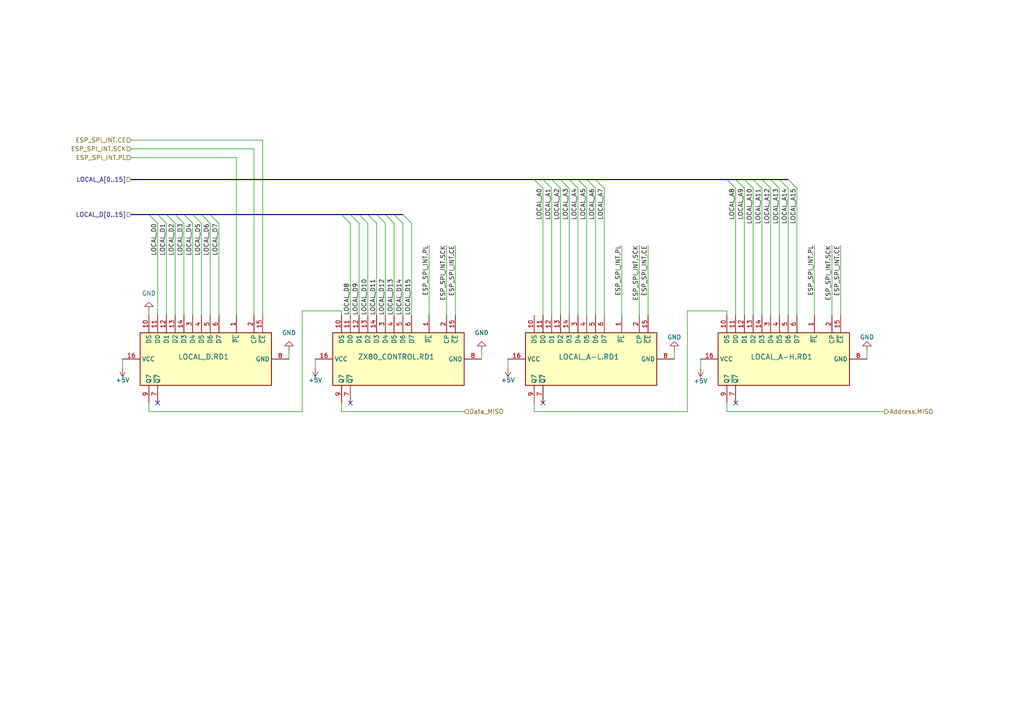
<source format=kicad_sch>
(kicad_sch
	(version 20231120)
	(generator "eeschema")
	(generator_version "8.0")
	(uuid "b2748a12-4ffc-4fe4-955d-73d56fc4ed5f")
	(paper "A4")
	(lib_symbols
		(symbol "74xx:74HC165"
			(exclude_from_sim no)
			(in_bom yes)
			(on_board yes)
			(property "Reference" "U"
				(at -7.62 19.05 0)
				(effects
					(font
						(size 1.27 1.27)
					)
				)
			)
			(property "Value" "74HC165"
				(at -7.62 -21.59 0)
				(effects
					(font
						(size 1.27 1.27)
					)
				)
			)
			(property "Footprint" ""
				(at 0 0 0)
				(effects
					(font
						(size 1.27 1.27)
					)
					(hide yes)
				)
			)
			(property "Datasheet" "https://assets.nexperia.com/documents/data-sheet/74HC_HCT165.pdf"
				(at 0 0 0)
				(effects
					(font
						(size 1.27 1.27)
					)
					(hide yes)
				)
			)
			(property "Description" "Shift Register, 8-bit, Parallel Load"
				(at 0 0 0)
				(effects
					(font
						(size 1.27 1.27)
					)
					(hide yes)
				)
			)
			(property "ki_keywords" "8 bit shift register parallel load cmos"
				(at 0 0 0)
				(effects
					(font
						(size 1.27 1.27)
					)
					(hide yes)
				)
			)
			(property "ki_fp_filters" "DIP?16* SO*16*3.9x9.9mm*P1.27mm* SSOP*16*5.3x6.2mm*P0.65mm* TSSOP*16*4.4x5mm*P0.65*"
				(at 0 0 0)
				(effects
					(font
						(size 1.27 1.27)
					)
					(hide yes)
				)
			)
			(symbol "74HC165_1_0"
				(pin input line
					(at -12.7 -10.16 0)
					(length 5.08)
					(name "~{PL}"
						(effects
							(font
								(size 1.27 1.27)
							)
						)
					)
					(number "1"
						(effects
							(font
								(size 1.27 1.27)
							)
						)
					)
				)
				(pin input line
					(at -12.7 15.24 0)
					(length 5.08)
					(name "DS"
						(effects
							(font
								(size 1.27 1.27)
							)
						)
					)
					(number "10"
						(effects
							(font
								(size 1.27 1.27)
							)
						)
					)
				)
				(pin input line
					(at -12.7 12.7 0)
					(length 5.08)
					(name "D0"
						(effects
							(font
								(size 1.27 1.27)
							)
						)
					)
					(number "11"
						(effects
							(font
								(size 1.27 1.27)
							)
						)
					)
				)
				(pin input line
					(at -12.7 10.16 0)
					(length 5.08)
					(name "D1"
						(effects
							(font
								(size 1.27 1.27)
							)
						)
					)
					(number "12"
						(effects
							(font
								(size 1.27 1.27)
							)
						)
					)
				)
				(pin input line
					(at -12.7 7.62 0)
					(length 5.08)
					(name "D2"
						(effects
							(font
								(size 1.27 1.27)
							)
						)
					)
					(number "13"
						(effects
							(font
								(size 1.27 1.27)
							)
						)
					)
				)
				(pin input line
					(at -12.7 5.08 0)
					(length 5.08)
					(name "D3"
						(effects
							(font
								(size 1.27 1.27)
							)
						)
					)
					(number "14"
						(effects
							(font
								(size 1.27 1.27)
							)
						)
					)
				)
				(pin input line
					(at -12.7 -17.78 0)
					(length 5.08)
					(name "~{CE}"
						(effects
							(font
								(size 1.27 1.27)
							)
						)
					)
					(number "15"
						(effects
							(font
								(size 1.27 1.27)
							)
						)
					)
				)
				(pin power_in line
					(at 0 22.86 270)
					(length 5.08)
					(name "VCC"
						(effects
							(font
								(size 1.27 1.27)
							)
						)
					)
					(number "16"
						(effects
							(font
								(size 1.27 1.27)
							)
						)
					)
				)
				(pin input line
					(at -12.7 -15.24 0)
					(length 5.08)
					(name "CP"
						(effects
							(font
								(size 1.27 1.27)
							)
						)
					)
					(number "2"
						(effects
							(font
								(size 1.27 1.27)
							)
						)
					)
				)
				(pin input line
					(at -12.7 2.54 0)
					(length 5.08)
					(name "D4"
						(effects
							(font
								(size 1.27 1.27)
							)
						)
					)
					(number "3"
						(effects
							(font
								(size 1.27 1.27)
							)
						)
					)
				)
				(pin input line
					(at -12.7 0 0)
					(length 5.08)
					(name "D5"
						(effects
							(font
								(size 1.27 1.27)
							)
						)
					)
					(number "4"
						(effects
							(font
								(size 1.27 1.27)
							)
						)
					)
				)
				(pin input line
					(at -12.7 -2.54 0)
					(length 5.08)
					(name "D6"
						(effects
							(font
								(size 1.27 1.27)
							)
						)
					)
					(number "5"
						(effects
							(font
								(size 1.27 1.27)
							)
						)
					)
				)
				(pin input line
					(at -12.7 -5.08 0)
					(length 5.08)
					(name "D7"
						(effects
							(font
								(size 1.27 1.27)
							)
						)
					)
					(number "6"
						(effects
							(font
								(size 1.27 1.27)
							)
						)
					)
				)
				(pin output line
					(at 12.7 12.7 180)
					(length 5.08)
					(name "~{Q7}"
						(effects
							(font
								(size 1.27 1.27)
							)
						)
					)
					(number "7"
						(effects
							(font
								(size 1.27 1.27)
							)
						)
					)
				)
				(pin power_in line
					(at 0 -25.4 90)
					(length 5.08)
					(name "GND"
						(effects
							(font
								(size 1.27 1.27)
							)
						)
					)
					(number "8"
						(effects
							(font
								(size 1.27 1.27)
							)
						)
					)
				)
				(pin output line
					(at 12.7 15.24 180)
					(length 5.08)
					(name "Q7"
						(effects
							(font
								(size 1.27 1.27)
							)
						)
					)
					(number "9"
						(effects
							(font
								(size 1.27 1.27)
							)
						)
					)
				)
			)
			(symbol "74HC165_1_1"
				(rectangle
					(start -7.62 17.78)
					(end 7.62 -20.32)
					(stroke
						(width 0.254)
						(type default)
					)
					(fill
						(type background)
					)
				)
			)
		)
		(symbol "power:+5V"
			(power)
			(pin_names
				(offset 0)
			)
			(exclude_from_sim no)
			(in_bom yes)
			(on_board yes)
			(property "Reference" "#PWR"
				(at 0 -3.81 0)
				(effects
					(font
						(size 1.27 1.27)
					)
					(hide yes)
				)
			)
			(property "Value" "+5V"
				(at 0 3.556 0)
				(effects
					(font
						(size 1.27 1.27)
					)
				)
			)
			(property "Footprint" ""
				(at 0 0 0)
				(effects
					(font
						(size 1.27 1.27)
					)
					(hide yes)
				)
			)
			(property "Datasheet" ""
				(at 0 0 0)
				(effects
					(font
						(size 1.27 1.27)
					)
					(hide yes)
				)
			)
			(property "Description" "Power symbol creates a global label with name \"+5V\""
				(at 0 0 0)
				(effects
					(font
						(size 1.27 1.27)
					)
					(hide yes)
				)
			)
			(property "ki_keywords" "global power"
				(at 0 0 0)
				(effects
					(font
						(size 1.27 1.27)
					)
					(hide yes)
				)
			)
			(symbol "+5V_0_1"
				(polyline
					(pts
						(xy -0.762 1.27) (xy 0 2.54)
					)
					(stroke
						(width 0)
						(type default)
					)
					(fill
						(type none)
					)
				)
				(polyline
					(pts
						(xy 0 0) (xy 0 2.54)
					)
					(stroke
						(width 0)
						(type default)
					)
					(fill
						(type none)
					)
				)
				(polyline
					(pts
						(xy 0 2.54) (xy 0.762 1.27)
					)
					(stroke
						(width 0)
						(type default)
					)
					(fill
						(type none)
					)
				)
			)
			(symbol "+5V_1_1"
				(pin power_in line
					(at 0 0 90)
					(length 0) hide
					(name "+5V"
						(effects
							(font
								(size 1.27 1.27)
							)
						)
					)
					(number "1"
						(effects
							(font
								(size 1.27 1.27)
							)
						)
					)
				)
			)
		)
		(symbol "power:GND"
			(power)
			(pin_names
				(offset 0)
			)
			(exclude_from_sim no)
			(in_bom yes)
			(on_board yes)
			(property "Reference" "#PWR"
				(at 0 -6.35 0)
				(effects
					(font
						(size 1.27 1.27)
					)
					(hide yes)
				)
			)
			(property "Value" "GND"
				(at 0 -3.81 0)
				(effects
					(font
						(size 1.27 1.27)
					)
				)
			)
			(property "Footprint" ""
				(at 0 0 0)
				(effects
					(font
						(size 1.27 1.27)
					)
					(hide yes)
				)
			)
			(property "Datasheet" ""
				(at 0 0 0)
				(effects
					(font
						(size 1.27 1.27)
					)
					(hide yes)
				)
			)
			(property "Description" "Power symbol creates a global label with name \"GND\" , ground"
				(at 0 0 0)
				(effects
					(font
						(size 1.27 1.27)
					)
					(hide yes)
				)
			)
			(property "ki_keywords" "global power"
				(at 0 0 0)
				(effects
					(font
						(size 1.27 1.27)
					)
					(hide yes)
				)
			)
			(symbol "GND_0_1"
				(polyline
					(pts
						(xy 0 0) (xy 0 -1.27) (xy 1.27 -1.27) (xy 0 -2.54) (xy -1.27 -1.27) (xy 0 -1.27)
					)
					(stroke
						(width 0)
						(type default)
					)
					(fill
						(type none)
					)
				)
			)
			(symbol "GND_1_1"
				(pin power_in line
					(at 0 0 270)
					(length 0) hide
					(name "GND"
						(effects
							(font
								(size 1.27 1.27)
							)
						)
					)
					(number "1"
						(effects
							(font
								(size 1.27 1.27)
							)
						)
					)
				)
			)
		)
	)
	(no_connect
		(at 45.72 116.84)
		(uuid "48f8e2a5-deab-448c-82e6-9816eded243e")
	)
	(no_connect
		(at 101.6 116.84)
		(uuid "af41406d-36e0-47cf-8aeb-cb56fdfc1ee4")
	)
	(no_connect
		(at 213.36 116.84)
		(uuid "b8f7b248-b0af-4f25-896e-1743a4744eca")
	)
	(no_connect
		(at 157.48 116.84)
		(uuid "e10b295d-0a58-432f-9c9e-92995184d1db")
	)
	(bus_entry
		(at 50.8 62.23)
		(size 2.54 2.54)
		(stroke
			(width 0)
			(type default)
		)
		(uuid "07d46262-8866-447e-881a-e17c4aa55ef9")
	)
	(bus_entry
		(at 170.18 52.07)
		(size 2.54 2.54)
		(stroke
			(width 0)
			(type default)
		)
		(uuid "09f8d796-28bb-4fa7-8568-2759c22375fe")
	)
	(bus_entry
		(at 157.48 52.07)
		(size 2.54 2.54)
		(stroke
			(width 0)
			(type default)
		)
		(uuid "1799ec7e-a926-4312-bc5d-967484452374")
	)
	(bus_entry
		(at 116.84 62.23)
		(size 2.54 2.54)
		(stroke
			(width 0)
			(type default)
		)
		(uuid "189db27a-8b05-4c3c-998f-97c68d02a418")
	)
	(bus_entry
		(at 43.18 62.23)
		(size 2.54 2.54)
		(stroke
			(width 0)
			(type default)
		)
		(uuid "25cb8391-05fd-421c-a3f7-8e99540f077f")
	)
	(bus_entry
		(at 60.96 62.23)
		(size 2.54 2.54)
		(stroke
			(width 0)
			(type default)
		)
		(uuid "32cfa942-924e-4d42-82b6-1b010335f9d2")
	)
	(bus_entry
		(at 99.06 62.23)
		(size 2.54 2.54)
		(stroke
			(width 0)
			(type default)
		)
		(uuid "3a468ce2-7e8c-4a78-9c05-5a040a1aeac4")
	)
	(bus_entry
		(at 210.82 52.07)
		(size 2.54 2.54)
		(stroke
			(width 0)
			(type default)
		)
		(uuid "4049a330-1904-4346-a79e-835e2111b57c")
	)
	(bus_entry
		(at 154.94 52.07)
		(size 2.54 2.54)
		(stroke
			(width 0)
			(type default)
		)
		(uuid "45137dd3-d144-4936-b66b-6686c638acd5")
	)
	(bus_entry
		(at 111.76 62.23)
		(size 2.54 2.54)
		(stroke
			(width 0)
			(type default)
		)
		(uuid "5066c9d8-f1b8-48ac-9805-4566310f4e7d")
	)
	(bus_entry
		(at 167.64 52.07)
		(size 2.54 2.54)
		(stroke
			(width 0)
			(type default)
		)
		(uuid "56beb666-8efc-4717-8f02-7edc10a7da03")
	)
	(bus_entry
		(at 48.26 62.23)
		(size 2.54 2.54)
		(stroke
			(width 0)
			(type default)
		)
		(uuid "5ebe79b9-15a9-4f7b-8130-cf7e6756f520")
	)
	(bus_entry
		(at 223.52 52.07)
		(size 2.54 2.54)
		(stroke
			(width 0)
			(type default)
		)
		(uuid "66ae9e7f-ee46-4b51-b6a0-009c0ae20a65")
	)
	(bus_entry
		(at 55.88 62.23)
		(size 2.54 2.54)
		(stroke
			(width 0)
			(type default)
		)
		(uuid "66bcc430-3854-4074-978a-16b25ddd7497")
	)
	(bus_entry
		(at 101.6 62.23)
		(size 2.54 2.54)
		(stroke
			(width 0)
			(type default)
		)
		(uuid "6847e6d2-5614-4deb-a685-d13e75756630")
	)
	(bus_entry
		(at 213.36 52.07)
		(size 2.54 2.54)
		(stroke
			(width 0)
			(type default)
		)
		(uuid "6a04d993-f47b-4749-8c70-f192df984064")
	)
	(bus_entry
		(at 106.68 62.23)
		(size 2.54 2.54)
		(stroke
			(width 0)
			(type default)
		)
		(uuid "71f2b4cf-c88f-448f-8c6c-0459e3f17cf0")
	)
	(bus_entry
		(at 109.22 62.23)
		(size 2.54 2.54)
		(stroke
			(width 0)
			(type default)
		)
		(uuid "7ad9146c-fe64-4c93-bfaa-1b48d0de717a")
	)
	(bus_entry
		(at 215.9 52.07)
		(size 2.54 2.54)
		(stroke
			(width 0)
			(type default)
		)
		(uuid "883d6687-f607-40de-9cad-0dd3a84b4fe2")
	)
	(bus_entry
		(at 160.02 52.07)
		(size 2.54 2.54)
		(stroke
			(width 0)
			(type default)
		)
		(uuid "948b2bf7-48c1-434d-af8b-9cb3935cb15a")
	)
	(bus_entry
		(at 45.72 62.23)
		(size 2.54 2.54)
		(stroke
			(width 0)
			(type default)
		)
		(uuid "9a00c2cf-bcdf-48b7-ab9d-6ba55744bf5a")
	)
	(bus_entry
		(at 218.44 52.07)
		(size 2.54 2.54)
		(stroke
			(width 0)
			(type default)
		)
		(uuid "be79426b-82bb-484d-a9d5-a2844b33766b")
	)
	(bus_entry
		(at 104.14 62.23)
		(size 2.54 2.54)
		(stroke
			(width 0)
			(type default)
		)
		(uuid "c0e328cf-5a8d-456c-9e40-123446534397")
	)
	(bus_entry
		(at 165.1 52.07)
		(size 2.54 2.54)
		(stroke
			(width 0)
			(type default)
		)
		(uuid "c7b03246-7f7e-4653-afcf-84c4b92dde34")
	)
	(bus_entry
		(at 220.98 52.07)
		(size 2.54 2.54)
		(stroke
			(width 0)
			(type default)
		)
		(uuid "de86e3d7-6bf2-42f7-bf3b-af411baa344b")
	)
	(bus_entry
		(at 58.42 62.23)
		(size 2.54 2.54)
		(stroke
			(width 0)
			(type default)
		)
		(uuid "e46f71f5-8a71-442c-825a-5c189850abe1")
	)
	(bus_entry
		(at 114.3 62.23)
		(size 2.54 2.54)
		(stroke
			(width 0)
			(type default)
		)
		(uuid "f6950364-77c6-481e-9822-df21998fb2d4")
	)
	(bus_entry
		(at 228.6 52.07)
		(size 2.54 2.54)
		(stroke
			(width 0)
			(type default)
		)
		(uuid "f7bed3e4-f493-4e3e-8879-e0bbc22e7aa9")
	)
	(bus_entry
		(at 226.06 52.07)
		(size 2.54 2.54)
		(stroke
			(width 0)
			(type default)
		)
		(uuid "f7c53c30-baf5-4f40-83e5-90f9a6dc9784")
	)
	(bus_entry
		(at 172.72 52.07)
		(size 2.54 2.54)
		(stroke
			(width 0)
			(type default)
		)
		(uuid "fa586a3b-b756-45e7-81ae-d83d8ec3ab98")
	)
	(bus_entry
		(at 162.56 52.07)
		(size 2.54 2.54)
		(stroke
			(width 0)
			(type default)
		)
		(uuid "fbb64e60-a72e-4d02-a7df-347c768ee4f6")
	)
	(bus_entry
		(at 53.34 62.23)
		(size 2.54 2.54)
		(stroke
			(width 0)
			(type default)
		)
		(uuid "fda5a04c-790f-43c9-9679-23b60de2bd8d")
	)
	(bus
		(pts
			(xy 111.76 62.23) (xy 114.3 62.23)
		)
		(stroke
			(width 0)
			(type default)
		)
		(uuid "00ad7433-883e-4b70-910a-e4898a08eb7a")
	)
	(wire
		(pts
			(xy 160.02 54.61) (xy 160.02 91.44)
		)
		(stroke
			(width 0)
			(type default)
		)
		(uuid "03a118c0-2a6a-443a-b518-bc122798f9b5")
	)
	(wire
		(pts
			(xy 226.06 54.61) (xy 226.06 91.44)
		)
		(stroke
			(width 0)
			(type default)
		)
		(uuid "0d32621b-f72a-461f-b571-b44b7416281c")
	)
	(wire
		(pts
			(xy 139.7 101.6) (xy 139.7 104.14)
		)
		(stroke
			(width 0)
			(type default)
		)
		(uuid "0dc354d2-a3ce-4b6e-aa58-54a9c6cb7292")
	)
	(bus
		(pts
			(xy 215.9 52.07) (xy 218.44 52.07)
		)
		(stroke
			(width 0)
			(type default)
		)
		(uuid "0e954029-41af-49c9-badb-3eeae6091841")
	)
	(wire
		(pts
			(xy 45.72 64.77) (xy 45.72 91.44)
		)
		(stroke
			(width 0)
			(type default)
		)
		(uuid "0f41e2e6-98f8-43e3-9298-46dae4cb0fe0")
	)
	(bus
		(pts
			(xy 53.34 62.23) (xy 55.88 62.23)
		)
		(stroke
			(width 0)
			(type default)
		)
		(uuid "11a154fc-6203-4ff7-999d-1547cd2d7956")
	)
	(bus
		(pts
			(xy 104.14 62.23) (xy 106.68 62.23)
		)
		(stroke
			(width 0)
			(type default)
		)
		(uuid "1848efc2-c339-4c8f-afb0-11c530aaf43b")
	)
	(bus
		(pts
			(xy 223.52 52.07) (xy 226.06 52.07)
		)
		(stroke
			(width 0)
			(type default)
		)
		(uuid "1df3d333-8a82-494c-95eb-be578c7c6a5c")
	)
	(wire
		(pts
			(xy 114.3 64.77) (xy 114.3 91.44)
		)
		(stroke
			(width 0)
			(type default)
		)
		(uuid "20b4b7d4-af64-4234-a39d-cc9eccb8dca6")
	)
	(bus
		(pts
			(xy 55.88 62.23) (xy 58.42 62.23)
		)
		(stroke
			(width 0)
			(type default)
		)
		(uuid "20cb0a2a-2400-4f33-9c5c-ac637fd58c27")
	)
	(wire
		(pts
			(xy 38.1 43.18) (xy 73.66 43.18)
		)
		(stroke
			(width 0)
			(type default)
		)
		(uuid "220f7bab-1b2d-44f1-b048-b2877d817c62")
	)
	(wire
		(pts
			(xy 132.08 71.12) (xy 132.08 91.44)
		)
		(stroke
			(width 0)
			(type default)
		)
		(uuid "2441d7f1-a951-4acf-8ce6-d99093af9e20")
	)
	(wire
		(pts
			(xy 124.46 71.12) (xy 124.46 91.44)
		)
		(stroke
			(width 0)
			(type default)
		)
		(uuid "25ae2413-57b0-4467-aa6e-ed671ef67848")
	)
	(wire
		(pts
			(xy 76.2 40.64) (xy 76.2 91.44)
		)
		(stroke
			(width 0)
			(type default)
		)
		(uuid "284be4cc-32d4-4e7a-b059-2fdca58e5842")
	)
	(wire
		(pts
			(xy 223.52 54.61) (xy 223.52 91.44)
		)
		(stroke
			(width 0)
			(type default)
		)
		(uuid "28e0414b-bbc4-441e-bcbc-ca9212680bd6")
	)
	(wire
		(pts
			(xy 154.94 119.38) (xy 154.94 116.84)
		)
		(stroke
			(width 0)
			(type default)
		)
		(uuid "2a6f5a37-5362-4aca-8bcd-0c7408ac9c13")
	)
	(wire
		(pts
			(xy 99.06 119.38) (xy 134.62 119.38)
		)
		(stroke
			(width 0)
			(type default)
		)
		(uuid "2ddf7263-6064-4143-be2e-0647e640b847")
	)
	(bus
		(pts
			(xy 43.18 62.23) (xy 45.72 62.23)
		)
		(stroke
			(width 0)
			(type default)
		)
		(uuid "3023ae60-1fd3-4fb0-ba82-b23566eb944b")
	)
	(wire
		(pts
			(xy 210.82 119.38) (xy 210.82 116.84)
		)
		(stroke
			(width 0)
			(type default)
		)
		(uuid "31402f31-6b74-44bd-9c67-6387d9fccb0d")
	)
	(wire
		(pts
			(xy 53.34 64.77) (xy 53.34 91.44)
		)
		(stroke
			(width 0)
			(type default)
		)
		(uuid "3255415e-b19c-4bf6-bada-e4ecf5262d47")
	)
	(wire
		(pts
			(xy 185.42 71.12) (xy 185.42 91.44)
		)
		(stroke
			(width 0)
			(type default)
		)
		(uuid "37babce0-e42c-48ae-a206-ee92f16cd259")
	)
	(wire
		(pts
			(xy 210.82 90.17) (xy 210.82 91.44)
		)
		(stroke
			(width 0)
			(type default)
		)
		(uuid "390478a2-d647-408a-af39-5f947c80ad89")
	)
	(bus
		(pts
			(xy 218.44 52.07) (xy 220.98 52.07)
		)
		(stroke
			(width 0)
			(type default)
		)
		(uuid "3c5a7b70-1281-4f63-8ef3-79fbafd209b4")
	)
	(wire
		(pts
			(xy 63.5 64.77) (xy 63.5 91.44)
		)
		(stroke
			(width 0)
			(type default)
		)
		(uuid "4224b7ab-7de5-4d33-b0e6-38c9bbf591d7")
	)
	(wire
		(pts
			(xy 43.18 119.38) (xy 87.63 119.38)
		)
		(stroke
			(width 0)
			(type default)
		)
		(uuid "47355cb8-4d5e-4c61-be18-f7701ded5f56")
	)
	(wire
		(pts
			(xy 119.38 64.77) (xy 119.38 91.44)
		)
		(stroke
			(width 0)
			(type default)
		)
		(uuid "48854c88-f721-48e5-825d-d194373d7604")
	)
	(wire
		(pts
			(xy 43.18 116.84) (xy 43.18 119.38)
		)
		(stroke
			(width 0)
			(type default)
		)
		(uuid "4a14ae6b-9e3d-4333-8670-022d5a9f8315")
	)
	(wire
		(pts
			(xy 241.3 71.12) (xy 241.3 91.44)
		)
		(stroke
			(width 0)
			(type default)
		)
		(uuid "4ae00397-0160-40f2-8f39-3dd0240b30e7")
	)
	(bus
		(pts
			(xy 60.96 62.23) (xy 99.06 62.23)
		)
		(stroke
			(width 0)
			(type default)
		)
		(uuid "4c395f7c-ddb7-4b8a-8b02-78f8369e99af")
	)
	(wire
		(pts
			(xy 50.8 64.77) (xy 50.8 91.44)
		)
		(stroke
			(width 0)
			(type default)
		)
		(uuid "4d98dbba-6568-448c-a96b-18041ddbf928")
	)
	(wire
		(pts
			(xy 87.63 119.38) (xy 87.63 90.17)
		)
		(stroke
			(width 0)
			(type default)
		)
		(uuid "4e088be3-238b-4102-b811-aab6a7061c25")
	)
	(bus
		(pts
			(xy 170.18 52.07) (xy 172.72 52.07)
		)
		(stroke
			(width 0)
			(type default)
		)
		(uuid "4f2eb5b1-86a0-463a-a2f5-a4b00a63694b")
	)
	(bus
		(pts
			(xy 38.1 52.07) (xy 154.94 52.07)
		)
		(stroke
			(width 0)
			(type default)
		)
		(uuid "521b47d7-7a6e-43e8-8351-15ba5628f783")
	)
	(bus
		(pts
			(xy 165.1 52.07) (xy 167.64 52.07)
		)
		(stroke
			(width 0)
			(type default)
		)
		(uuid "55929891-3ca5-4e25-b8b9-d8270e98beb4")
	)
	(wire
		(pts
			(xy 167.64 54.61) (xy 167.64 91.44)
		)
		(stroke
			(width 0)
			(type default)
		)
		(uuid "5c9e927a-8b1c-45b3-a431-6f2edbd3df4b")
	)
	(wire
		(pts
			(xy 195.58 101.6) (xy 195.58 104.14)
		)
		(stroke
			(width 0)
			(type default)
		)
		(uuid "5e04a137-527b-4fa4-87f3-b36d49a58602")
	)
	(wire
		(pts
			(xy 251.46 101.6) (xy 251.46 104.14)
		)
		(stroke
			(width 0)
			(type default)
		)
		(uuid "5fdbecad-5859-41b8-9971-10f737259dad")
	)
	(wire
		(pts
			(xy 104.14 64.77) (xy 104.14 91.44)
		)
		(stroke
			(width 0)
			(type default)
		)
		(uuid "6426866e-32dc-453c-8ac4-beee9b1e99e5")
	)
	(wire
		(pts
			(xy 180.34 71.12) (xy 180.34 91.44)
		)
		(stroke
			(width 0)
			(type default)
		)
		(uuid "66c0ac60-2af6-4e68-8b78-26c05a7f06bc")
	)
	(wire
		(pts
			(xy 87.63 90.17) (xy 99.06 90.17)
		)
		(stroke
			(width 0)
			(type default)
		)
		(uuid "6adc4bbb-f7f5-4d5e-8c8f-f492e9d5495d")
	)
	(bus
		(pts
			(xy 154.94 52.07) (xy 157.48 52.07)
		)
		(stroke
			(width 0)
			(type default)
		)
		(uuid "6b1ccedc-df1e-4f30-a2b1-a1c30efa6f0f")
	)
	(wire
		(pts
			(xy 165.1 54.61) (xy 165.1 91.44)
		)
		(stroke
			(width 0)
			(type default)
		)
		(uuid "6b44eacc-ed50-499e-aca1-20d707495ce1")
	)
	(wire
		(pts
			(xy 91.44 106.68) (xy 91.44 104.14)
		)
		(stroke
			(width 0)
			(type default)
		)
		(uuid "6d227b49-62c8-4000-ba57-a12e06758176")
	)
	(wire
		(pts
			(xy 236.22 71.12) (xy 236.22 91.44)
		)
		(stroke
			(width 0)
			(type default)
		)
		(uuid "75af641c-68d3-4338-9245-ac1a66b434b0")
	)
	(wire
		(pts
			(xy 215.9 54.61) (xy 215.9 91.44)
		)
		(stroke
			(width 0)
			(type default)
		)
		(uuid "76123225-cc2a-4d66-b8a4-7a429870570d")
	)
	(bus
		(pts
			(xy 172.72 52.07) (xy 210.82 52.07)
		)
		(stroke
			(width 0)
			(type default)
		)
		(uuid "7a458226-7374-4ffa-8628-1aea20ee0b3b")
	)
	(wire
		(pts
			(xy 129.54 71.12) (xy 129.54 91.44)
		)
		(stroke
			(width 0)
			(type default)
		)
		(uuid "7b39e5fe-d3ad-46f2-9c15-ce2f8e8f09ff")
	)
	(bus
		(pts
			(xy 167.64 52.07) (xy 170.18 52.07)
		)
		(stroke
			(width 0)
			(type default)
		)
		(uuid "83758d20-e1b6-4db8-b2b5-40b220282286")
	)
	(wire
		(pts
			(xy 55.88 64.77) (xy 55.88 91.44)
		)
		(stroke
			(width 0)
			(type default)
		)
		(uuid "8460300e-058e-4392-8782-25063cfb708d")
	)
	(wire
		(pts
			(xy 73.66 43.18) (xy 73.66 91.44)
		)
		(stroke
			(width 0)
			(type default)
		)
		(uuid "87640592-1f91-44ef-9378-c09424bdb57a")
	)
	(bus
		(pts
			(xy 210.82 52.07) (xy 213.36 52.07)
		)
		(stroke
			(width 0)
			(type default)
		)
		(uuid "886b3b03-aacf-4339-90a3-31ffc11f66ac")
	)
	(bus
		(pts
			(xy 220.98 52.07) (xy 223.52 52.07)
		)
		(stroke
			(width 0)
			(type default)
		)
		(uuid "8a538f3c-baf7-4a6e-a51d-10f246184bc0")
	)
	(wire
		(pts
			(xy 203.2 106.68) (xy 203.2 104.14)
		)
		(stroke
			(width 0)
			(type default)
		)
		(uuid "8ba7881a-b617-42a1-9ee0-20d4c4a32f9e")
	)
	(wire
		(pts
			(xy 175.26 54.61) (xy 175.26 91.44)
		)
		(stroke
			(width 0)
			(type default)
		)
		(uuid "8d0d9e59-75e2-4bb3-817f-a025eebf52d6")
	)
	(wire
		(pts
			(xy 228.6 54.61) (xy 228.6 91.44)
		)
		(stroke
			(width 0)
			(type default)
		)
		(uuid "92d49c0a-a5ed-471c-b62e-158331b8897f")
	)
	(wire
		(pts
			(xy 213.36 54.61) (xy 213.36 91.44)
		)
		(stroke
			(width 0)
			(type default)
		)
		(uuid "945f8488-77b2-48c8-ab76-44d2be37f9f1")
	)
	(wire
		(pts
			(xy 210.82 119.38) (xy 256.54 119.38)
		)
		(stroke
			(width 0)
			(type default)
		)
		(uuid "99181d88-a5f5-4d66-97f5-822e5fc9659a")
	)
	(wire
		(pts
			(xy 99.06 116.84) (xy 99.06 119.38)
		)
		(stroke
			(width 0)
			(type default)
		)
		(uuid "9b487705-1109-425a-8604-93fe3b846bdc")
	)
	(bus
		(pts
			(xy 58.42 62.23) (xy 60.96 62.23)
		)
		(stroke
			(width 0)
			(type default)
		)
		(uuid "9cd44b3f-343a-4dfb-b9c7-cb8b5661a3bf")
	)
	(bus
		(pts
			(xy 50.8 62.23) (xy 53.34 62.23)
		)
		(stroke
			(width 0)
			(type default)
		)
		(uuid "a0d7a5ac-ec5f-489c-9385-3d5b1f351f59")
	)
	(wire
		(pts
			(xy 60.96 64.77) (xy 60.96 91.44)
		)
		(stroke
			(width 0)
			(type default)
		)
		(uuid "a1e20c03-fb5a-4508-8d15-f53ae48e7dae")
	)
	(wire
		(pts
			(xy 231.14 54.61) (xy 231.14 91.44)
		)
		(stroke
			(width 0)
			(type default)
		)
		(uuid "a2999cf6-b342-44d8-b314-5b9816156d3f")
	)
	(bus
		(pts
			(xy 213.36 52.07) (xy 215.9 52.07)
		)
		(stroke
			(width 0)
			(type default)
		)
		(uuid "a2f36bc1-a54f-4d8d-b3b3-5e50de3de0fc")
	)
	(wire
		(pts
			(xy 147.32 106.68) (xy 147.32 104.14)
		)
		(stroke
			(width 0)
			(type default)
		)
		(uuid "a62deeee-e752-418c-a21f-3157864cd3b7")
	)
	(wire
		(pts
			(xy 106.68 64.77) (xy 106.68 91.44)
		)
		(stroke
			(width 0)
			(type default)
		)
		(uuid "a746ce63-03ec-4bba-81b4-dae02cd994a7")
	)
	(bus
		(pts
			(xy 109.22 62.23) (xy 111.76 62.23)
		)
		(stroke
			(width 0)
			(type default)
		)
		(uuid "a9e041f4-f5a6-4b91-bf0f-fe66a322d3ed")
	)
	(bus
		(pts
			(xy 226.06 52.07) (xy 228.6 52.07)
		)
		(stroke
			(width 0)
			(type default)
		)
		(uuid "aad5f410-5b1b-4433-ad83-b4b5053dfed9")
	)
	(wire
		(pts
			(xy 111.76 64.77) (xy 111.76 91.44)
		)
		(stroke
			(width 0)
			(type default)
		)
		(uuid "b1ec9a23-f175-4e20-8315-4156c46ab380")
	)
	(bus
		(pts
			(xy 45.72 62.23) (xy 48.26 62.23)
		)
		(stroke
			(width 0)
			(type default)
		)
		(uuid "b31b7c7e-2065-4206-95bb-5bf448e0f7ca")
	)
	(wire
		(pts
			(xy 38.1 40.64) (xy 76.2 40.64)
		)
		(stroke
			(width 0)
			(type default)
		)
		(uuid "b3df5509-51be-466a-8fb2-2a7631c09014")
	)
	(wire
		(pts
			(xy 162.56 54.61) (xy 162.56 91.44)
		)
		(stroke
			(width 0)
			(type default)
		)
		(uuid "b55cb1ec-a3e7-4e58-b78d-daeffc5140f3")
	)
	(wire
		(pts
			(xy 68.58 45.72) (xy 68.58 91.44)
		)
		(stroke
			(width 0)
			(type default)
		)
		(uuid "baba1f8f-6034-4d3b-aff4-8ddab0b58569")
	)
	(wire
		(pts
			(xy 116.84 64.77) (xy 116.84 91.44)
		)
		(stroke
			(width 0)
			(type default)
		)
		(uuid "bbae23e2-4b7d-4068-befb-2953c9ca6239")
	)
	(wire
		(pts
			(xy 109.22 64.77) (xy 109.22 91.44)
		)
		(stroke
			(width 0)
			(type default)
		)
		(uuid "bf3996d8-4eab-4d24-a922-c7d07bdeb63e")
	)
	(wire
		(pts
			(xy 220.98 54.61) (xy 220.98 91.44)
		)
		(stroke
			(width 0)
			(type default)
		)
		(uuid "c4b562ac-91f5-4873-90f6-ef45ee39c912")
	)
	(wire
		(pts
			(xy 199.39 90.17) (xy 210.82 90.17)
		)
		(stroke
			(width 0)
			(type default)
		)
		(uuid "c84b59ba-0b0d-4687-9e80-0b1a1a7aa3f2")
	)
	(wire
		(pts
			(xy 58.42 64.77) (xy 58.42 91.44)
		)
		(stroke
			(width 0)
			(type default)
		)
		(uuid "cbb17832-7f8f-4dfa-a92e-933928fb181c")
	)
	(bus
		(pts
			(xy 162.56 52.07) (xy 165.1 52.07)
		)
		(stroke
			(width 0)
			(type default)
		)
		(uuid "ccc26599-7929-4b05-92fb-0a07ff887fcd")
	)
	(wire
		(pts
			(xy 48.26 64.77) (xy 48.26 91.44)
		)
		(stroke
			(width 0)
			(type default)
		)
		(uuid "cd983fb4-c825-419f-ab96-122d130b08c5")
	)
	(wire
		(pts
			(xy 218.44 54.61) (xy 218.44 91.44)
		)
		(stroke
			(width 0)
			(type default)
		)
		(uuid "ce7c8dfa-f1a6-4dc2-bc04-05e5a72a9525")
	)
	(wire
		(pts
			(xy 154.94 119.38) (xy 199.39 119.38)
		)
		(stroke
			(width 0)
			(type default)
		)
		(uuid "cf307274-ecf2-4df8-90c3-c6e9cffb9a61")
	)
	(bus
		(pts
			(xy 157.48 52.07) (xy 160.02 52.07)
		)
		(stroke
			(width 0)
			(type default)
		)
		(uuid "d0a3934e-4ea6-47b4-960d-514e5a3e38ac")
	)
	(wire
		(pts
			(xy 187.96 71.12) (xy 187.96 91.44)
		)
		(stroke
			(width 0)
			(type default)
		)
		(uuid "d528a391-72de-4a0b-95a1-cad645154c90")
	)
	(bus
		(pts
			(xy 101.6 62.23) (xy 104.14 62.23)
		)
		(stroke
			(width 0)
			(type default)
		)
		(uuid "d601e784-43a7-4a44-9295-dfe0a7bfa2d5")
	)
	(wire
		(pts
			(xy 83.82 101.6) (xy 83.82 104.14)
		)
		(stroke
			(width 0)
			(type default)
		)
		(uuid "d74c5869-0f90-421c-b03b-1b8cda6304e5")
	)
	(wire
		(pts
			(xy 35.56 106.68) (xy 35.56 104.14)
		)
		(stroke
			(width 0)
			(type default)
		)
		(uuid "da271f8f-5c4c-45e6-a5fc-014beff6a618")
	)
	(wire
		(pts
			(xy 157.48 54.61) (xy 157.48 91.44)
		)
		(stroke
			(width 0)
			(type default)
		)
		(uuid "de1643a3-f87a-4b6f-b005-0ff8b6da0b18")
	)
	(bus
		(pts
			(xy 99.06 62.23) (xy 101.6 62.23)
		)
		(stroke
			(width 0)
			(type default)
		)
		(uuid "e22221a0-4f37-41fb-98bf-cbe2b1a3d232")
	)
	(wire
		(pts
			(xy 43.18 90.17) (xy 43.18 91.44)
		)
		(stroke
			(width 0)
			(type default)
		)
		(uuid "e2488d57-eaf5-4934-9eb6-a61001f64ab4")
	)
	(wire
		(pts
			(xy 170.18 54.61) (xy 170.18 91.44)
		)
		(stroke
			(width 0)
			(type default)
		)
		(uuid "e5600727-f58a-4eba-8592-e1a358d63e5d")
	)
	(wire
		(pts
			(xy 199.39 119.38) (xy 199.39 90.17)
		)
		(stroke
			(width 0)
			(type default)
		)
		(uuid "e72fcf78-54a6-40a7-94a5-973d42225327")
	)
	(wire
		(pts
			(xy 243.84 71.12) (xy 243.84 91.44)
		)
		(stroke
			(width 0)
			(type default)
		)
		(uuid "e81f5f17-1db5-4c4a-b75c-378790d05a10")
	)
	(bus
		(pts
			(xy 38.1 62.23) (xy 43.18 62.23)
		)
		(stroke
			(width 0)
			(type default)
		)
		(uuid "ed101990-b510-494b-85ee-054f62e6c03d")
	)
	(wire
		(pts
			(xy 38.1 45.72) (xy 68.58 45.72)
		)
		(stroke
			(width 0)
			(type default)
		)
		(uuid "f2548c46-1f75-435e-ab5e-6274b3aa2100")
	)
	(bus
		(pts
			(xy 48.26 62.23) (xy 50.8 62.23)
		)
		(stroke
			(width 0)
			(type default)
		)
		(uuid "f2af55e7-dcee-4c6c-a494-154778d67817")
	)
	(bus
		(pts
			(xy 106.68 62.23) (xy 109.22 62.23)
		)
		(stroke
			(width 0)
			(type default)
		)
		(uuid "f4b16d02-566d-4ffd-9850-427eacd8e3fd")
	)
	(wire
		(pts
			(xy 172.72 54.61) (xy 172.72 91.44)
		)
		(stroke
			(width 0)
			(type default)
		)
		(uuid "f67a4204-9c0c-4098-bd2e-39fd9962041a")
	)
	(wire
		(pts
			(xy 99.06 90.17) (xy 99.06 91.44)
		)
		(stroke
			(width 0)
			(type default)
		)
		(uuid "f6ebf4a1-2a10-4237-a46e-3557f4ce6d0a")
	)
	(bus
		(pts
			(xy 114.3 62.23) (xy 116.84 62.23)
		)
		(stroke
			(width 0)
			(type default)
		)
		(uuid "fa178bd6-1c02-48cf-bc4d-1ff674609a97")
	)
	(wire
		(pts
			(xy 101.6 64.77) (xy 101.6 91.44)
		)
		(stroke
			(width 0)
			(type default)
		)
		(uuid "fcdbe9bf-e7d6-4433-930b-e95f9c0e3843")
	)
	(bus
		(pts
			(xy 160.02 52.07) (xy 162.56 52.07)
		)
		(stroke
			(width 0)
			(type default)
		)
		(uuid "fd6c6765-93c8-4785-895e-7f4560c5227b")
	)
	(label "LOCAL_D10"
		(at 106.68 91.44 90)
		(effects
			(font
				(size 1.27 1.27)
			)
			(justify left bottom)
		)
		(uuid "0471200b-d58b-4fcc-8d9d-a7abca5eea4e")
	)
	(label "LOCAL_A6"
		(at 172.72 54.61 270)
		(fields_autoplaced yes)
		(effects
			(font
				(size 1.27 1.27)
			)
			(justify right bottom)
		)
		(uuid "04a0c2d7-c241-4524-b2ed-6043912ab6f6")
	)
	(label "LOCAL_D11"
		(at 109.22 91.44 90)
		(effects
			(font
				(size 1.27 1.27)
			)
			(justify left bottom)
		)
		(uuid "1523d336-68a5-43dd-9fa7-091d3cfdf355")
	)
	(label "LOCAL_D7"
		(at 63.5 64.77 270)
		(fields_autoplaced yes)
		(effects
			(font
				(size 1.27 1.27)
			)
			(justify right bottom)
		)
		(uuid "20856745-bb51-43f6-9290-eeb7ce2d617c")
	)
	(label "LOCAL_D15"
		(at 119.38 91.44 90)
		(effects
			(font
				(size 1.27 1.27)
			)
			(justify left bottom)
		)
		(uuid "2cd8e375-09dd-4b1e-b1df-b30effa54a48")
	)
	(label "LOCAL_D3"
		(at 53.34 64.77 270)
		(fields_autoplaced yes)
		(effects
			(font
				(size 1.27 1.27)
			)
			(justify right bottom)
		)
		(uuid "32410e29-eade-4c9c-9466-54759be8c8cc")
	)
	(label "LOCAL_D5"
		(at 58.42 64.77 270)
		(fields_autoplaced yes)
		(effects
			(font
				(size 1.27 1.27)
			)
			(justify right bottom)
		)
		(uuid "3246e941-edaf-4b2f-946b-3530ba301c56")
	)
	(label "LOCAL_A4"
		(at 167.64 54.61 270)
		(fields_autoplaced yes)
		(effects
			(font
				(size 1.27 1.27)
			)
			(justify right bottom)
		)
		(uuid "43f83397-2cbb-4280-b5ed-82c65a0bd761")
	)
	(label "LOCAL_D14"
		(at 116.84 91.44 90)
		(effects
			(font
				(size 1.27 1.27)
			)
			(justify left bottom)
		)
		(uuid "5c060fa2-745f-4c1c-b00f-754498b392d3")
	)
	(label "LOCAL_A1"
		(at 160.02 54.61 270)
		(fields_autoplaced yes)
		(effects
			(font
				(size 1.27 1.27)
			)
			(justify right bottom)
		)
		(uuid "60aada66-8ddb-4da8-9520-a1c927698e7d")
	)
	(label "ESP_SPI_INT.SCK"
		(at 185.42 71.12 270)
		(fields_autoplaced yes)
		(effects
			(font
				(size 1.27 1.27)
			)
			(justify right bottom)
		)
		(uuid "6486bc2e-6f69-4133-87c9-a1345c8a784d")
	)
	(label "LOCAL_A7"
		(at 175.26 54.61 270)
		(fields_autoplaced yes)
		(effects
			(font
				(size 1.27 1.27)
			)
			(justify right bottom)
		)
		(uuid "648a2341-8ee9-4297-b230-917380e2be4d")
	)
	(label "LOCAL_A14"
		(at 228.6 54.61 270)
		(fields_autoplaced yes)
		(effects
			(font
				(size 1.27 1.27)
			)
			(justify right bottom)
		)
		(uuid "66023ef3-491b-4593-ad1b-a31a005b36d3")
	)
	(label "LOCAL_D9"
		(at 104.14 91.44 90)
		(effects
			(font
				(size 1.27 1.27)
			)
			(justify left bottom)
		)
		(uuid "6680a809-c69b-4f21-b0d0-5770ad3084aa")
	)
	(label "ESP_SPI_INT.PL"
		(at 180.34 71.12 270)
		(fields_autoplaced yes)
		(effects
			(font
				(size 1.27 1.27)
			)
			(justify right bottom)
		)
		(uuid "6800d942-143e-4bc7-87e4-27b3dcc86d32")
	)
	(label "LOCAL_D2"
		(at 50.8 64.77 270)
		(fields_autoplaced yes)
		(effects
			(font
				(size 1.27 1.27)
			)
			(justify right bottom)
		)
		(uuid "6c470b5a-1de6-4165-8759-8308420468a0")
	)
	(label "LOCAL_D13"
		(at 114.3 91.44 90)
		(effects
			(font
				(size 1.27 1.27)
			)
			(justify left bottom)
		)
		(uuid "6c8e1067-798e-4df3-ae05-7a8c3d594f0e")
	)
	(label "ESP_SPI_INT.SCK"
		(at 129.54 71.12 270)
		(fields_autoplaced yes)
		(effects
			(font
				(size 1.27 1.27)
			)
			(justify right bottom)
		)
		(uuid "732f186d-6e7f-4280-9054-760a934426f0")
	)
	(label "ESP_SPI_INT.PL"
		(at 124.46 71.12 270)
		(fields_autoplaced yes)
		(effects
			(font
				(size 1.27 1.27)
			)
			(justify right bottom)
		)
		(uuid "8773eb99-4c9c-4e77-b052-bd90e61de157")
	)
	(label "LOCAL_D8"
		(at 101.6 91.44 90)
		(effects
			(font
				(size 1.27 1.27)
			)
			(justify left bottom)
		)
		(uuid "8a2a7192-932a-4e4f-b90e-b69aa439b113")
	)
	(label "ESP_SPI_INT.CE"
		(at 187.96 71.12 270)
		(fields_autoplaced yes)
		(effects
			(font
				(size 1.27 1.27)
			)
			(justify right bottom)
		)
		(uuid "8a934bb1-7e86-4af8-827f-f16d6080357b")
	)
	(label "LOCAL_A3"
		(at 165.1 54.61 270)
		(fields_autoplaced yes)
		(effects
			(font
				(size 1.27 1.27)
			)
			(justify right bottom)
		)
		(uuid "98bb98dd-0b60-4a41-9729-8392d136812b")
	)
	(label "LOCAL_A8"
		(at 213.36 54.61 270)
		(fields_autoplaced yes)
		(effects
			(font
				(size 1.27 1.27)
			)
			(justify right bottom)
		)
		(uuid "9ad6a50c-ac47-4132-9ea8-a6ae9375fe0d")
	)
	(label "LOCAL_D6"
		(at 60.96 64.77 270)
		(fields_autoplaced yes)
		(effects
			(font
				(size 1.27 1.27)
			)
			(justify right bottom)
		)
		(uuid "9c930ce7-9856-49d7-bf55-aef7b603f336")
	)
	(label "LOCAL_A11"
		(at 220.98 54.61 270)
		(fields_autoplaced yes)
		(effects
			(font
				(size 1.27 1.27)
			)
			(justify right bottom)
		)
		(uuid "aeea7526-2e17-4277-953f-ce2f671d7f18")
	)
	(label "LOCAL_A13"
		(at 226.06 54.61 270)
		(fields_autoplaced yes)
		(effects
			(font
				(size 1.27 1.27)
			)
			(justify right bottom)
		)
		(uuid "b695c0c0-857b-4eec-8463-e12af6260bc5")
	)
	(label "ESP_SPI_INT.CE"
		(at 132.08 71.12 270)
		(fields_autoplaced yes)
		(effects
			(font
				(size 1.27 1.27)
			)
			(justify right bottom)
		)
		(uuid "bd26e9ab-2ce6-40e4-87a6-8b5bc982d664")
	)
	(label "LOCAL_A5"
		(at 170.18 54.61 270)
		(fields_autoplaced yes)
		(effects
			(font
				(size 1.27 1.27)
			)
			(justify right bottom)
		)
		(uuid "befb3cb2-d068-4146-9b97-98d7fa2c0f70")
	)
	(label "LOCAL_D0"
		(at 45.72 64.77 270)
		(fields_autoplaced yes)
		(effects
			(font
				(size 1.27 1.27)
			)
			(justify right bottom)
		)
		(uuid "c6358810-7585-4429-9b6b-2eaaaa78110f")
	)
	(label "LOCAL_A12"
		(at 223.52 54.61 270)
		(fields_autoplaced yes)
		(effects
			(font
				(size 1.27 1.27)
			)
			(justify right bottom)
		)
		(uuid "c9f6e545-52ed-4959-8d59-514015e70a13")
	)
	(label "LOCAL_A15"
		(at 231.14 54.61 270)
		(fields_autoplaced yes)
		(effects
			(font
				(size 1.27 1.27)
			)
			(justify right bottom)
		)
		(uuid "ca5b34fb-b7df-4149-b2eb-34c2069103be")
	)
	(label "LOCAL_A0"
		(at 157.48 54.61 270)
		(fields_autoplaced yes)
		(effects
			(font
				(size 1.27 1.27)
			)
			(justify right bottom)
		)
		(uuid "d00ea0ad-b51d-4630-82ae-a02ff8b6ec36")
	)
	(label "ESP_SPI_INT.SCK"
		(at 241.3 71.12 270)
		(fields_autoplaced yes)
		(effects
			(font
				(size 1.27 1.27)
			)
			(justify right bottom)
		)
		(uuid "d81e87cc-7eb0-40c0-adf9-af927be32534")
	)
	(label "LOCAL_A10"
		(at 218.44 54.61 270)
		(fields_autoplaced yes)
		(effects
			(font
				(size 1.27 1.27)
			)
			(justify right bottom)
		)
		(uuid "d8daa4d2-e785-4724-90f1-9262a6988b9e")
	)
	(label "LOCAL_D1"
		(at 48.26 64.77 270)
		(fields_autoplaced yes)
		(effects
			(font
				(size 1.27 1.27)
			)
			(justify right bottom)
		)
		(uuid "e26dcb95-65ec-4fd1-8090-709cf026eb36")
	)
	(label "LOCAL_A9"
		(at 215.9 54.61 270)
		(fields_autoplaced yes)
		(effects
			(font
				(size 1.27 1.27)
			)
			(justify right bottom)
		)
		(uuid "e78a9025-6dbc-421d-ad9a-70513458d7a0")
	)
	(label "LOCAL_D4"
		(at 55.88 64.77 270)
		(fields_autoplaced yes)
		(effects
			(font
				(size 1.27 1.27)
			)
			(justify right bottom)
		)
		(uuid "ebc96fc5-1803-4d9c-9071-57ae9d5d45db")
	)
	(label "ESP_SPI_INT.CE"
		(at 243.84 71.12 270)
		(fields_autoplaced yes)
		(effects
			(font
				(size 1.27 1.27)
			)
			(justify right bottom)
		)
		(uuid "ee56a88f-69c0-4bde-8dda-47d5f2308ed6")
	)
	(label "LOCAL_A2"
		(at 162.56 54.61 270)
		(fields_autoplaced yes)
		(effects
			(font
				(size 1.27 1.27)
			)
			(justify right bottom)
		)
		(uuid "ee681832-01fe-4e13-8656-b24de64f6643")
	)
	(label "LOCAL_D12"
		(at 111.76 91.44 90)
		(effects
			(font
				(size 1.27 1.27)
			)
			(justify left bottom)
		)
		(uuid "f9ed92da-fc1f-4857-b1c5-b13a123d0b9d")
	)
	(label "ESP_SPI_INT.PL"
		(at 236.22 71.12 270)
		(fields_autoplaced yes)
		(effects
			(font
				(size 1.27 1.27)
			)
			(justify right bottom)
		)
		(uuid "faf7d3ac-8c9b-4383-b111-8b2641a334f0")
	)
	(hierarchical_label "LOCAL_A[0..15]"
		(shape input)
		(at 38.1 52.07 180)
		(fields_autoplaced yes)
		(effects
			(font
				(size 1.27 1.27)
			)
			(justify right)
		)
		(uuid "09b70f4f-e561-4486-97bc-0dc5c2993baa")
	)
	(hierarchical_label "ESP_SPI_INT.PL"
		(shape input)
		(at 38.1 45.72 180)
		(fields_autoplaced yes)
		(effects
			(font
				(size 1.27 1.27)
			)
			(justify right)
		)
		(uuid "234d0885-b8e7-4924-8edf-5a306b989957")
	)
	(hierarchical_label "ESP_SPI_INT.SCK"
		(shape input)
		(at 38.1 43.18 180)
		(fields_autoplaced yes)
		(effects
			(font
				(size 1.27 1.27)
			)
			(justify right)
		)
		(uuid "7a1b13ea-2e83-46db-a092-eba870cc6208")
	)
	(hierarchical_label "Address.MISO"
		(shape output)
		(at 256.54 119.38 0)
		(fields_autoplaced yes)
		(effects
			(font
				(size 1.27 1.27)
			)
			(justify left)
		)
		(uuid "7d9f7bcf-413b-4fc4-bee1-dc541af93213")
	)
	(hierarchical_label "LOCAL_D[0..15]"
		(shape input)
		(at 38.1 62.23 180)
		(fields_autoplaced yes)
		(effects
			(font
				(size 1.27 1.27)
			)
			(justify right)
		)
		(uuid "88daa2f6-bcf1-4c5c-a6ef-c94ce728d9b8")
	)
	(hierarchical_label "Data_MISO"
		(shape input)
		(at 134.62 119.38 0)
		(fields_autoplaced yes)
		(effects
			(font
				(size 1.27 1.27)
			)
			(justify left)
		)
		(uuid "bee0c414-3d46-4f42-8fc8-52b7de75e6ca")
	)
	(hierarchical_label "ESP_SPI_INT.CE"
		(shape input)
		(at 38.1 40.64 180)
		(fields_autoplaced yes)
		(effects
			(font
				(size 1.27 1.27)
			)
			(justify right)
		)
		(uuid "e12c3ee1-acf7-49a2-ad8d-2e89a3d94eb6")
	)
	(symbol
		(lib_id "74xx:74HC165")
		(at 58.42 104.14 90)
		(mirror x)
		(unit 1)
		(exclude_from_sim no)
		(in_bom yes)
		(on_board yes)
		(dnp no)
		(uuid "2d17fc7f-05ba-44de-b8f9-872b6dcf3e7b")
		(property "Reference" "LOCAL_D.RD1"
			(at 59.055 103.505 90)
			(effects
				(font
					(size 1.4986 1.4986)
				)
			)
		)
		(property "Value" "74HC165N"
			(at 78.74 96.52 0)
			(effects
				(font
					(size 1.4986 1.4986)
				)
				(justify left bottom)
				(hide yes)
			)
		)
		(property "Footprint" "Package_DIP:DIP-16_W7.62mm_Socket"
			(at 58.42 104.14 0)
			(effects
				(font
					(size 1.27 1.27)
				)
				(hide yes)
			)
		)
		(property "Datasheet" "https://assets.nexperia.com/documents/data-sheet/74HC_HCT165.pdf"
			(at 58.42 104.14 0)
			(effects
				(font
					(size 1.27 1.27)
				)
				(hide yes)
			)
		)
		(property "Description" ""
			(at 58.42 104.14 0)
			(effects
				(font
					(size 1.27 1.27)
				)
				(hide yes)
			)
		)
		(pin "1"
			(uuid "b8079d94-19bf-4256-b84a-32222c3ce3c8")
		)
		(pin "10"
			(uuid "7e6e89c4-0d97-484a-a87a-28a286cf7726")
		)
		(pin "11"
			(uuid "9590a18a-7d73-4058-b023-d9a01ba6f784")
		)
		(pin "12"
			(uuid "c091987d-1d45-46e9-be62-a21d95842216")
		)
		(pin "13"
			(uuid "08a51776-71b2-446b-9ff6-029533e796bd")
		)
		(pin "14"
			(uuid "e532a8cb-9359-4990-8611-60af072cee96")
		)
		(pin "15"
			(uuid "533c60f2-05f7-4d72-a2a5-573e2f87f1e1")
		)
		(pin "16"
			(uuid "8e35655e-bf01-4e12-bcfc-462669950994")
		)
		(pin "2"
			(uuid "17ba0786-cec6-4214-bcd6-5b48325af478")
		)
		(pin "3"
			(uuid "50848b3d-7256-440d-8a6b-78f4ff3978ff")
		)
		(pin "4"
			(uuid "8c0d7195-a9ef-4737-9095-afdf9b581ebd")
		)
		(pin "5"
			(uuid "adb69d85-8965-46db-9d5c-791f529fda8b")
		)
		(pin "6"
			(uuid "51abc173-cb05-45c5-bef3-e4db2af6e22d")
		)
		(pin "7"
			(uuid "fd1b02d4-ae8c-4514-88b7-f6f14a49e8cf")
		)
		(pin "8"
			(uuid "bdf14525-97cf-4e24-9564-bfd5cc974dc7")
		)
		(pin "9"
			(uuid "290e0b0d-a246-4288-a5d8-ef00cdb68d87")
		)
		(instances
			(project "FujiNet 4.0"
				(path "/3f4c9c6f-2a2f-4b07-95a4-300eafec0cc9/e89e02ac-97b1-4ed7-9215-dbe6f0f0ecbc/942d3a28-7db8-495b-8416-724249480319"
					(reference "LOCAL_D.RD1")
					(unit 1)
				)
			)
		)
	)
	(symbol
		(lib_id "74xx:74HC165")
		(at 170.18 104.14 90)
		(mirror x)
		(unit 1)
		(exclude_from_sim no)
		(in_bom yes)
		(on_board yes)
		(dnp no)
		(uuid "39ce6462-465a-4c94-bf24-6d815e3b3a84")
		(property "Reference" "LOCAL_A-L.RD1"
			(at 170.815 103.505 90)
			(effects
				(font
					(size 1.4986 1.4986)
				)
			)
		)
		(property "Value" "74HC165N"
			(at 190.5 96.52 0)
			(effects
				(font
					(size 1.4986 1.4986)
				)
				(justify left bottom)
				(hide yes)
			)
		)
		(property "Footprint" "Package_DIP:DIP-16_W7.62mm_Socket"
			(at 170.18 104.14 0)
			(effects
				(font
					(size 1.27 1.27)
				)
				(hide yes)
			)
		)
		(property "Datasheet" "https://assets.nexperia.com/documents/data-sheet/74HC_HCT165.pdf"
			(at 170.18 104.14 0)
			(effects
				(font
					(size 1.27 1.27)
				)
				(hide yes)
			)
		)
		(property "Description" ""
			(at 170.18 104.14 0)
			(effects
				(font
					(size 1.27 1.27)
				)
				(hide yes)
			)
		)
		(pin "1"
			(uuid "cdfc5b00-0ee6-4745-bb32-fc4e7f718793")
		)
		(pin "10"
			(uuid "78b9bcd5-dbcd-4e32-a70b-9e2757344343")
		)
		(pin "11"
			(uuid "4346636b-f294-45d4-a766-778d719bc787")
		)
		(pin "12"
			(uuid "99639061-eda9-4d02-b3e5-a6da6cef3699")
		)
		(pin "13"
			(uuid "6ced9a48-0e13-409f-9e69-f851f6188818")
		)
		(pin "14"
			(uuid "ad102d6e-98ff-4da7-8fa9-bc510ee5f3da")
		)
		(pin "15"
			(uuid "2681cb4c-0a62-464e-8b86-0bcec9e0326f")
		)
		(pin "16"
			(uuid "dba3c078-6994-49ed-9574-22ea0fd4923c")
		)
		(pin "2"
			(uuid "eae6d43d-2f59-4a3e-8190-b4c243b84d8b")
		)
		(pin "3"
			(uuid "b2008b95-dff6-4ef3-b9c4-7f7dce65dff3")
		)
		(pin "4"
			(uuid "489c15f8-215e-4a5c-b5ce-8ec8ea310294")
		)
		(pin "5"
			(uuid "4637efbe-abf6-4093-84a1-4a40e152edd5")
		)
		(pin "6"
			(uuid "6b962b53-4b89-4e2a-9dc3-9a25908c3697")
		)
		(pin "7"
			(uuid "1c557ead-97e5-4b85-9c01-f1d25a115d15")
		)
		(pin "8"
			(uuid "23c85d00-d0b0-4944-a2c6-0208a6d7a37a")
		)
		(pin "9"
			(uuid "78914bcd-a6ac-4dda-acbc-30ae3d05d303")
		)
		(instances
			(project "FujiNet 4.0"
				(path "/3f4c9c6f-2a2f-4b07-95a4-300eafec0cc9/e89e02ac-97b1-4ed7-9215-dbe6f0f0ecbc/942d3a28-7db8-495b-8416-724249480319"
					(reference "LOCAL_A-L.RD1")
					(unit 1)
				)
			)
		)
	)
	(symbol
		(lib_id "power:+5V")
		(at 147.32 106.68 0)
		(mirror x)
		(unit 1)
		(exclude_from_sim no)
		(in_bom yes)
		(on_board yes)
		(dnp no)
		(uuid "573a1b1b-9c57-43f7-8164-2ab1d9b82b60")
		(property "Reference" "#PWR044"
			(at 147.32 102.87 0)
			(effects
				(font
					(size 1.27 1.27)
				)
				(hide yes)
			)
		)
		(property "Value" "+5V"
			(at 147.32 110.236 0)
			(effects
				(font
					(size 1.27 1.27)
				)
			)
		)
		(property "Footprint" ""
			(at 147.32 106.68 0)
			(effects
				(font
					(size 1.27 1.27)
				)
				(hide yes)
			)
		)
		(property "Datasheet" ""
			(at 147.32 106.68 0)
			(effects
				(font
					(size 1.27 1.27)
				)
				(hide yes)
			)
		)
		(property "Description" ""
			(at 147.32 106.68 0)
			(effects
				(font
					(size 1.27 1.27)
				)
				(hide yes)
			)
		)
		(pin "1"
			(uuid "e8647cce-d2e7-4ef4-87dc-c94600e29793")
		)
		(instances
			(project "FujiNet 4.0"
				(path "/3f4c9c6f-2a2f-4b07-95a4-300eafec0cc9/e89e02ac-97b1-4ed7-9215-dbe6f0f0ecbc/942d3a28-7db8-495b-8416-724249480319"
					(reference "#PWR044")
					(unit 1)
				)
			)
		)
	)
	(symbol
		(lib_id "power:GND")
		(at 251.46 101.6 0)
		(mirror x)
		(unit 1)
		(exclude_from_sim no)
		(in_bom yes)
		(on_board yes)
		(dnp no)
		(uuid "626df873-48c7-4835-ac84-dad65faa2005")
		(property "Reference" "#PWR047"
			(at 251.46 95.25 0)
			(effects
				(font
					(size 1.27 1.27)
				)
				(hide yes)
			)
		)
		(property "Value" "GND"
			(at 251.46 97.79 0)
			(effects
				(font
					(size 1.27 1.27)
				)
			)
		)
		(property "Footprint" ""
			(at 251.46 101.6 0)
			(effects
				(font
					(size 1.27 1.27)
				)
				(hide yes)
			)
		)
		(property "Datasheet" ""
			(at 251.46 101.6 0)
			(effects
				(font
					(size 1.27 1.27)
				)
				(hide yes)
			)
		)
		(property "Description" ""
			(at 251.46 101.6 0)
			(effects
				(font
					(size 1.27 1.27)
				)
				(hide yes)
			)
		)
		(pin "1"
			(uuid "364c6cd5-3e73-4d7e-b7c0-95c707700984")
		)
		(instances
			(project "FujiNet 4.0"
				(path "/3f4c9c6f-2a2f-4b07-95a4-300eafec0cc9/e89e02ac-97b1-4ed7-9215-dbe6f0f0ecbc/942d3a28-7db8-495b-8416-724249480319"
					(reference "#PWR047")
					(unit 1)
				)
			)
		)
	)
	(symbol
		(lib_id "power:+5V")
		(at 203.2 106.68 0)
		(mirror x)
		(unit 1)
		(exclude_from_sim no)
		(in_bom yes)
		(on_board yes)
		(dnp no)
		(fields_autoplaced yes)
		(uuid "67748dbf-c9ff-41a3-aea2-5b11d0fe0760")
		(property "Reference" "#PWR046"
			(at 203.2 102.87 0)
			(effects
				(font
					(size 1.27 1.27)
				)
				(hide yes)
			)
		)
		(property "Value" "+5V"
			(at 203.2 110.49 0)
			(effects
				(font
					(size 1.27 1.27)
				)
			)
		)
		(property "Footprint" ""
			(at 203.2 106.68 0)
			(effects
				(font
					(size 1.27 1.27)
				)
				(hide yes)
			)
		)
		(property "Datasheet" ""
			(at 203.2 106.68 0)
			(effects
				(font
					(size 1.27 1.27)
				)
				(hide yes)
			)
		)
		(property "Description" ""
			(at 203.2 106.68 0)
			(effects
				(font
					(size 1.27 1.27)
				)
				(hide yes)
			)
		)
		(pin "1"
			(uuid "bb9e7c43-4aad-40fc-9d9f-f171c4ff1d38")
		)
		(instances
			(project "FujiNet 4.0"
				(path "/3f4c9c6f-2a2f-4b07-95a4-300eafec0cc9/e89e02ac-97b1-4ed7-9215-dbe6f0f0ecbc/942d3a28-7db8-495b-8416-724249480319"
					(reference "#PWR046")
					(unit 1)
				)
			)
		)
	)
	(symbol
		(lib_id "power:GND")
		(at 83.82 101.6 0)
		(mirror x)
		(unit 1)
		(exclude_from_sim no)
		(in_bom yes)
		(on_board yes)
		(dnp no)
		(fields_autoplaced yes)
		(uuid "8c20ab8e-060e-43bc-a0ae-6a35ad2696bd")
		(property "Reference" "#PWR041"
			(at 83.82 95.25 0)
			(effects
				(font
					(size 1.27 1.27)
				)
				(hide yes)
			)
		)
		(property "Value" "GND"
			(at 83.82 96.52 0)
			(effects
				(font
					(size 1.27 1.27)
				)
			)
		)
		(property "Footprint" ""
			(at 83.82 101.6 0)
			(effects
				(font
					(size 1.27 1.27)
				)
				(hide yes)
			)
		)
		(property "Datasheet" ""
			(at 83.82 101.6 0)
			(effects
				(font
					(size 1.27 1.27)
				)
				(hide yes)
			)
		)
		(property "Description" ""
			(at 83.82 101.6 0)
			(effects
				(font
					(size 1.27 1.27)
				)
				(hide yes)
			)
		)
		(pin "1"
			(uuid "79b3aa62-62bb-4df8-a5f3-c9e0f3db6f91")
		)
		(instances
			(project "FujiNet 4.0"
				(path "/3f4c9c6f-2a2f-4b07-95a4-300eafec0cc9/e89e02ac-97b1-4ed7-9215-dbe6f0f0ecbc/942d3a28-7db8-495b-8416-724249480319"
					(reference "#PWR041")
					(unit 1)
				)
			)
		)
	)
	(symbol
		(lib_id "power:+5V")
		(at 35.56 106.68 0)
		(mirror x)
		(unit 1)
		(exclude_from_sim no)
		(in_bom yes)
		(on_board yes)
		(dnp no)
		(uuid "92ea7de5-c860-46f6-98a1-3596aaf29643")
		(property "Reference" "#PWR039"
			(at 35.56 102.87 0)
			(effects
				(font
					(size 1.27 1.27)
				)
				(hide yes)
			)
		)
		(property "Value" "+5V"
			(at 35.56 110.236 0)
			(effects
				(font
					(size 1.27 1.27)
				)
			)
		)
		(property "Footprint" ""
			(at 35.56 106.68 0)
			(effects
				(font
					(size 1.27 1.27)
				)
				(hide yes)
			)
		)
		(property "Datasheet" ""
			(at 35.56 106.68 0)
			(effects
				(font
					(size 1.27 1.27)
				)
				(hide yes)
			)
		)
		(property "Description" ""
			(at 35.56 106.68 0)
			(effects
				(font
					(size 1.27 1.27)
				)
				(hide yes)
			)
		)
		(pin "1"
			(uuid "3fe77e13-f4a5-4071-b6fa-fb911dccf362")
		)
		(instances
			(project "FujiNet 4.0"
				(path "/3f4c9c6f-2a2f-4b07-95a4-300eafec0cc9/e89e02ac-97b1-4ed7-9215-dbe6f0f0ecbc/942d3a28-7db8-495b-8416-724249480319"
					(reference "#PWR039")
					(unit 1)
				)
			)
		)
	)
	(symbol
		(lib_id "power:+5V")
		(at 91.44 106.68 0)
		(mirror x)
		(unit 1)
		(exclude_from_sim no)
		(in_bom yes)
		(on_board yes)
		(dnp no)
		(uuid "a29e82cb-4c76-4549-819b-a013c2c4f21a")
		(property "Reference" "#PWR042"
			(at 91.44 102.87 0)
			(effects
				(font
					(size 1.27 1.27)
				)
				(hide yes)
			)
		)
		(property "Value" "+5V"
			(at 91.44 110.236 0)
			(effects
				(font
					(size 1.27 1.27)
				)
			)
		)
		(property "Footprint" ""
			(at 91.44 106.68 0)
			(effects
				(font
					(size 1.27 1.27)
				)
				(hide yes)
			)
		)
		(property "Datasheet" ""
			(at 91.44 106.68 0)
			(effects
				(font
					(size 1.27 1.27)
				)
				(hide yes)
			)
		)
		(property "Description" ""
			(at 91.44 106.68 0)
			(effects
				(font
					(size 1.27 1.27)
				)
				(hide yes)
			)
		)
		(pin "1"
			(uuid "fa8db821-9e39-4a58-a358-9f78c5144e56")
		)
		(instances
			(project "FujiNet 4.0"
				(path "/3f4c9c6f-2a2f-4b07-95a4-300eafec0cc9/e89e02ac-97b1-4ed7-9215-dbe6f0f0ecbc/942d3a28-7db8-495b-8416-724249480319"
					(reference "#PWR042")
					(unit 1)
				)
			)
		)
	)
	(symbol
		(lib_id "power:GND")
		(at 139.7 101.6 0)
		(mirror x)
		(unit 1)
		(exclude_from_sim no)
		(in_bom yes)
		(on_board yes)
		(dnp no)
		(fields_autoplaced yes)
		(uuid "a685f813-dd77-4431-aaa5-abc5523f8ddc")
		(property "Reference" "#PWR043"
			(at 139.7 95.25 0)
			(effects
				(font
					(size 1.27 1.27)
				)
				(hide yes)
			)
		)
		(property "Value" "GND"
			(at 139.7 96.52 0)
			(effects
				(font
					(size 1.27 1.27)
				)
			)
		)
		(property "Footprint" ""
			(at 139.7 101.6 0)
			(effects
				(font
					(size 1.27 1.27)
				)
				(hide yes)
			)
		)
		(property "Datasheet" ""
			(at 139.7 101.6 0)
			(effects
				(font
					(size 1.27 1.27)
				)
				(hide yes)
			)
		)
		(property "Description" ""
			(at 139.7 101.6 0)
			(effects
				(font
					(size 1.27 1.27)
				)
				(hide yes)
			)
		)
		(pin "1"
			(uuid "ff35ea53-ee8e-4a99-8c39-5d1547f3cb5d")
		)
		(instances
			(project "FujiNet 4.0"
				(path "/3f4c9c6f-2a2f-4b07-95a4-300eafec0cc9/e89e02ac-97b1-4ed7-9215-dbe6f0f0ecbc/942d3a28-7db8-495b-8416-724249480319"
					(reference "#PWR043")
					(unit 1)
				)
			)
		)
	)
	(symbol
		(lib_id "74xx:74HC165")
		(at 226.06 104.14 90)
		(mirror x)
		(unit 1)
		(exclude_from_sim no)
		(in_bom yes)
		(on_board yes)
		(dnp no)
		(uuid "c05ad80b-7546-4799-b3a6-45056ab2b209")
		(property "Reference" "LOCAL_A-H.RD1"
			(at 226.695 103.505 90)
			(effects
				(font
					(size 1.4986 1.4986)
				)
			)
		)
		(property "Value" "74HC165N"
			(at 246.38 96.52 0)
			(effects
				(font
					(size 1.4986 1.4986)
				)
				(justify left bottom)
				(hide yes)
			)
		)
		(property "Footprint" "Package_DIP:DIP-16_W7.62mm_Socket"
			(at 226.06 104.14 0)
			(effects
				(font
					(size 1.27 1.27)
				)
				(hide yes)
			)
		)
		(property "Datasheet" "https://assets.nexperia.com/documents/data-sheet/74HC_HCT165.pdf"
			(at 226.06 104.14 0)
			(effects
				(font
					(size 1.27 1.27)
				)
				(hide yes)
			)
		)
		(property "Description" ""
			(at 226.06 104.14 0)
			(effects
				(font
					(size 1.27 1.27)
				)
				(hide yes)
			)
		)
		(pin "1"
			(uuid "162510f8-b37c-49ee-b1b7-151ee16d3885")
		)
		(pin "10"
			(uuid "189ad1a3-7af6-4bd9-a81a-05bfe0576ca2")
		)
		(pin "11"
			(uuid "3236d343-0656-4114-88c2-fddd41859644")
		)
		(pin "12"
			(uuid "9f356849-c4be-446e-9ee1-b09971139eb2")
		)
		(pin "13"
			(uuid "c69133e9-f22e-4b98-9d6d-7e240368a31b")
		)
		(pin "14"
			(uuid "210cd643-f8b4-42f6-b5bd-f6ef9918357e")
		)
		(pin "15"
			(uuid "847fa769-8746-48be-a99f-c2a09a69d355")
		)
		(pin "16"
			(uuid "fef04161-7f5d-46ff-9246-838514e6e6f7")
		)
		(pin "2"
			(uuid "cd8e3c6f-e556-470a-a22f-d962cda7bb61")
		)
		(pin "3"
			(uuid "543970bc-2176-4d41-a858-c04f86404a86")
		)
		(pin "4"
			(uuid "64525427-b0e7-4e0c-a113-4829c13a220b")
		)
		(pin "5"
			(uuid "42c496e9-c032-487f-8b05-90a6e57b4b50")
		)
		(pin "6"
			(uuid "4d524ee5-e577-423a-aab8-6f7db43e289e")
		)
		(pin "7"
			(uuid "66259761-2476-4187-96a0-4d0cf7597810")
		)
		(pin "8"
			(uuid "8726237f-4424-4454-a836-4917c4be8a1e")
		)
		(pin "9"
			(uuid "d1a9085a-596c-49e4-ad3f-b50cd86c03a4")
		)
		(instances
			(project "FujiNet 4.0"
				(path "/3f4c9c6f-2a2f-4b07-95a4-300eafec0cc9/e89e02ac-97b1-4ed7-9215-dbe6f0f0ecbc/942d3a28-7db8-495b-8416-724249480319"
					(reference "LOCAL_A-H.RD1")
					(unit 1)
				)
			)
		)
	)
	(symbol
		(lib_id "74xx:74HC165")
		(at 114.3 104.14 90)
		(mirror x)
		(unit 1)
		(exclude_from_sim no)
		(in_bom yes)
		(on_board yes)
		(dnp no)
		(uuid "c6e8666a-abb2-472e-8d1c-773f83757bbf")
		(property "Reference" "ZX80_CONTROL.RD1"
			(at 114.935 103.505 90)
			(effects
				(font
					(size 1.4986 1.4986)
				)
			)
		)
		(property "Value" "74HC165N"
			(at 134.62 96.52 0)
			(effects
				(font
					(size 1.4986 1.4986)
				)
				(justify left bottom)
				(hide yes)
			)
		)
		(property "Footprint" "Package_DIP:DIP-16_W7.62mm_Socket"
			(at 114.3 104.14 0)
			(effects
				(font
					(size 1.27 1.27)
				)
				(hide yes)
			)
		)
		(property "Datasheet" "https://assets.nexperia.com/documents/data-sheet/74HC_HCT165.pdf"
			(at 114.3 104.14 0)
			(effects
				(font
					(size 1.27 1.27)
				)
				(hide yes)
			)
		)
		(property "Description" ""
			(at 114.3 104.14 0)
			(effects
				(font
					(size 1.27 1.27)
				)
				(hide yes)
			)
		)
		(pin "1"
			(uuid "1ba74222-278d-48e8-8ca5-6e9e77bc7429")
		)
		(pin "10"
			(uuid "92208bd2-4867-47de-9599-f3de199f0cf7")
		)
		(pin "11"
			(uuid "3b3d11c1-226e-49e0-9968-d4e490b69deb")
		)
		(pin "12"
			(uuid "0fe5160a-bd3e-4d23-8fab-54744aade4d7")
		)
		(pin "13"
			(uuid "3f82efeb-aa30-40ef-874e-f69c7f170972")
		)
		(pin "14"
			(uuid "76bc1332-d0e3-457d-a762-3bf7ad28e5bf")
		)
		(pin "15"
			(uuid "7028ac1c-d5b3-40f6-95c2-3e778e58d04d")
		)
		(pin "16"
			(uuid "4195c865-46e5-4e43-9d32-aa6afc8c09e2")
		)
		(pin "2"
			(uuid "1f842d09-799e-44d9-9e44-4c24e1137389")
		)
		(pin "3"
			(uuid "24af1b58-ab96-4532-b0e4-86f29a88cbd2")
		)
		(pin "4"
			(uuid "37954d1c-d0c8-478b-ae8c-1fe99a3e3867")
		)
		(pin "5"
			(uuid "976c47e5-60d2-4ce6-b144-00d7dfcbad8c")
		)
		(pin "6"
			(uuid "3b8f83d9-7159-49d6-8c57-320d192fea58")
		)
		(pin "7"
			(uuid "ad078a46-e7ff-428c-b218-6189e2161d66")
		)
		(pin "8"
			(uuid "df5e1d20-a74a-4e51-98d3-5712369260d7")
		)
		(pin "9"
			(uuid "af114161-3a8d-4e9e-9c9e-ca3278f3450d")
		)
		(instances
			(project "FujiNet 4.0"
				(path "/3f4c9c6f-2a2f-4b07-95a4-300eafec0cc9/e89e02ac-97b1-4ed7-9215-dbe6f0f0ecbc/942d3a28-7db8-495b-8416-724249480319"
					(reference "ZX80_CONTROL.RD1")
					(unit 1)
				)
			)
		)
	)
	(symbol
		(lib_id "power:GND")
		(at 195.58 101.6 0)
		(mirror x)
		(unit 1)
		(exclude_from_sim no)
		(in_bom yes)
		(on_board yes)
		(dnp no)
		(uuid "e2a0b859-560e-43fd-8f31-eb3d7df4ab72")
		(property "Reference" "#PWR045"
			(at 195.58 95.25 0)
			(effects
				(font
					(size 1.27 1.27)
				)
				(hide yes)
			)
		)
		(property "Value" "GND"
			(at 195.58 97.79 0)
			(effects
				(font
					(size 1.27 1.27)
				)
			)
		)
		(property "Footprint" ""
			(at 195.58 101.6 0)
			(effects
				(font
					(size 1.27 1.27)
				)
				(hide yes)
			)
		)
		(property "Datasheet" ""
			(at 195.58 101.6 0)
			(effects
				(font
					(size 1.27 1.27)
				)
				(hide yes)
			)
		)
		(property "Description" ""
			(at 195.58 101.6 0)
			(effects
				(font
					(size 1.27 1.27)
				)
				(hide yes)
			)
		)
		(pin "1"
			(uuid "adff9387-15b3-46e1-b189-776e0decdea5")
		)
		(instances
			(project "FujiNet 4.0"
				(path "/3f4c9c6f-2a2f-4b07-95a4-300eafec0cc9/e89e02ac-97b1-4ed7-9215-dbe6f0f0ecbc/942d3a28-7db8-495b-8416-724249480319"
					(reference "#PWR045")
					(unit 1)
				)
			)
		)
	)
	(symbol
		(lib_id "power:GND")
		(at 43.18 90.17 0)
		(mirror x)
		(unit 1)
		(exclude_from_sim no)
		(in_bom yes)
		(on_board yes)
		(dnp no)
		(fields_autoplaced yes)
		(uuid "fdd63204-b2ea-4abe-a009-852c562bb432")
		(property "Reference" "#PWR040"
			(at 43.18 83.82 0)
			(effects
				(font
					(size 1.27 1.27)
				)
				(hide yes)
			)
		)
		(property "Value" "GND"
			(at 43.18 85.09 0)
			(effects
				(font
					(size 1.27 1.27)
				)
			)
		)
		(property "Footprint" ""
			(at 43.18 90.17 0)
			(effects
				(font
					(size 1.27 1.27)
				)
				(hide yes)
			)
		)
		(property "Datasheet" ""
			(at 43.18 90.17 0)
			(effects
				(font
					(size 1.27 1.27)
				)
				(hide yes)
			)
		)
		(property "Description" ""
			(at 43.18 90.17 0)
			(effects
				(font
					(size 1.27 1.27)
				)
				(hide yes)
			)
		)
		(pin "1"
			(uuid "c6533c4f-086c-412d-9c76-42e7d2e8a782")
		)
		(instances
			(project "FujiNet 4.0"
				(path "/3f4c9c6f-2a2f-4b07-95a4-300eafec0cc9/e89e02ac-97b1-4ed7-9215-dbe6f0f0ecbc/942d3a28-7db8-495b-8416-724249480319"
					(reference "#PWR040")
					(unit 1)
				)
			)
		)
	)
)

</source>
